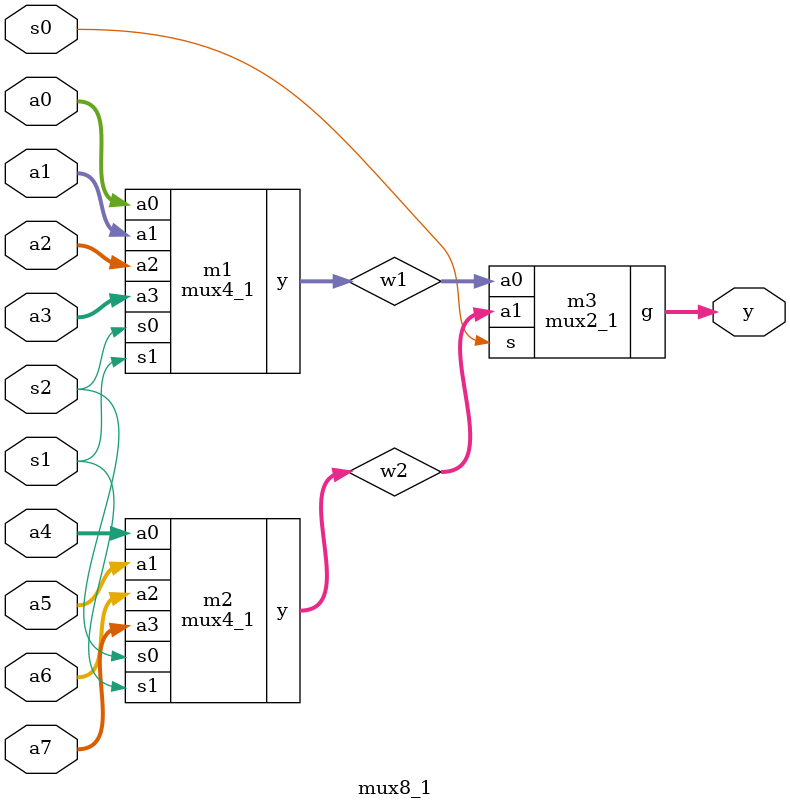
<source format=sv>
module mux2_1(input logic[3:0] a0,a1,
             input logic s,
             output logic[3:0] g);
             assign g = s?a1:a0;
endmodule
module mux4_1(input logic [3:0]a0,a1,a2,a3,
            input logic s1,s0,
            output logic [3:0]y);
            logic [3:0]w1,w2;
            mux2_1 m1(a0,a1,s1,w1);
             mux2_1 m2(a2,a3,s1,w2);
             mux2_1 m3(w1,w2,s0,y);
endmodule
module mux8_1(
    input logic [3:0]a0,a1,a2,a3,a4,a5,a6,a7,
    input logic s2,s1,s0,
    output logic [3:0]y);
    logic [3:0]w1,w2;
    mux4_1 m1(a0,a1,a2,a3,s1,s2,w1);
     mux4_1 m2(a4,a5,a6,a7,s1,s2,w2);
    mux2_1 m3(w1,w2,s0,y);
endmodule

</source>
